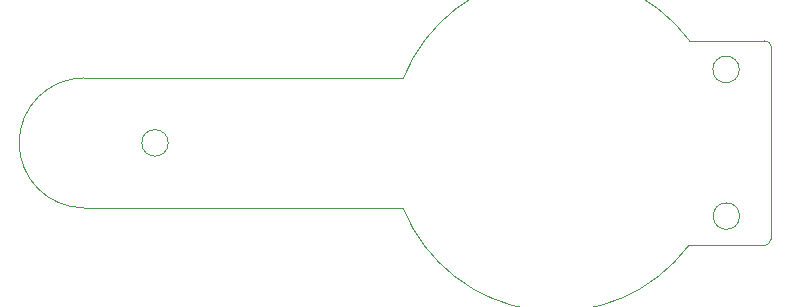
<source format=gm1>
%TF.GenerationSoftware,KiCad,Pcbnew,8.0.4*%
%TF.CreationDate,2025-01-27T11:44:45+05:30*%
%TF.ProjectId,Flash_light,466c6173-685f-46c6-9967-68742e6b6963,1*%
%TF.SameCoordinates,Original*%
%TF.FileFunction,Profile,NP*%
%FSLAX46Y46*%
G04 Gerber Fmt 4.6, Leading zero omitted, Abs format (unit mm)*
G04 Created by KiCad (PCBNEW 8.0.4) date 2025-01-27 11:44:45*
%MOMM*%
%LPD*%
G01*
G04 APERTURE LIST*
%TA.AperFunction,Profile*%
%ADD10C,0.050000*%
%TD*%
G04 APERTURE END LIST*
D10*
X166131875Y-171423368D02*
G75*
G02*
X165660000Y-171920000I-521875J23368D01*
G01*
X165580000Y-154590000D02*
G75*
G02*
X166200266Y-155181041I20000J-600000D01*
G01*
X159256058Y-154587956D02*
X165580000Y-154590000D01*
X135040000Y-157750000D02*
G75*
G02*
X159256058Y-154587956I12999999J-5250001D01*
G01*
X108000000Y-157750000D02*
X135040000Y-157750000D01*
X166131875Y-171423368D02*
X166200266Y-155181041D01*
X159216059Y-171912044D02*
X165660000Y-171920000D01*
X159216059Y-171912044D02*
G75*
G02*
X135000001Y-168750000I-11216059J8412044D01*
G01*
X108000000Y-168750000D02*
X135000000Y-168750000D01*
X108000000Y-168750000D02*
G75*
G02*
X108000000Y-157750000I0J5500000D01*
G01*
X163468034Y-157030000D02*
G75*
G02*
X161231966Y-157030000I-1118034J0D01*
G01*
X161231966Y-157030000D02*
G75*
G02*
X163468034Y-157030000I1118034J0D01*
G01*
X163500001Y-169450000D02*
G75*
G02*
X161263933Y-169450000I-1118034J0D01*
G01*
X161263933Y-169450000D02*
G75*
G02*
X163500001Y-169450000I1118034J0D01*
G01*
X115118034Y-163250000D02*
G75*
G02*
X112881966Y-163250000I-1118034J0D01*
G01*
X112881966Y-163250000D02*
G75*
G02*
X115118034Y-163250000I1118034J0D01*
G01*
M02*

</source>
